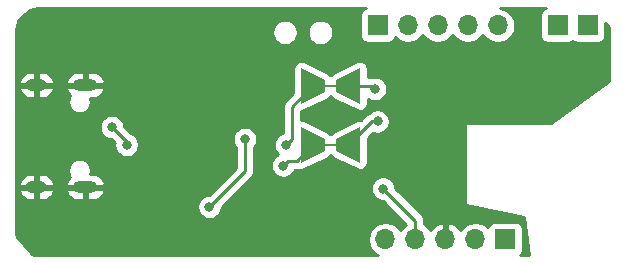
<source format=gbr>
G04 #@! TF.GenerationSoftware,KiCad,Pcbnew,5.1.5*
G04 #@! TF.CreationDate,2020-01-06T16:37:44-06:00*
G04 #@! TF.ProjectId,ATGM336H,4154474d-3333-4364-982e-6b696361645f,rev?*
G04 #@! TF.SameCoordinates,Original*
G04 #@! TF.FileFunction,Copper,L2,Bot*
G04 #@! TF.FilePolarity,Positive*
%FSLAX46Y46*%
G04 Gerber Fmt 4.6, Leading zero omitted, Abs format (unit mm)*
G04 Created by KiCad (PCBNEW 5.1.5) date 2020-01-06 16:37:44*
%MOMM*%
%LPD*%
G04 APERTURE LIST*
%ADD10R,2.200000X0.250000*%
%ADD11C,0.100000*%
%ADD12R,1.700000X1.700000*%
%ADD13O,1.700000X1.700000*%
%ADD14O,2.100000X1.000000*%
%ADD15O,1.800000X1.000000*%
%ADD16C,0.800000*%
%ADD17C,0.250000*%
%ADD18C,0.254000*%
G04 APERTURE END LIST*
D10*
X132500000Y-66000000D03*
G04 #@! TA.AperFunction,SMDPad,CuDef*
D11*
G36*
X135000000Y-64500000D02*
G01*
X135000000Y-67500000D01*
X133000000Y-66500000D01*
X133000000Y-65500000D01*
X135000000Y-64500000D01*
G37*
G04 #@! TD.AperFunction*
G04 #@! TA.AperFunction,SMDPad,CuDef*
G36*
X130000000Y-67500000D02*
G01*
X130000000Y-64500000D01*
X132000000Y-65500000D01*
X132000000Y-66500000D01*
X130000000Y-67500000D01*
G37*
G04 #@! TD.AperFunction*
G04 #@! TA.AperFunction,SMDPad,CuDef*
G36*
X130000000Y-62500000D02*
G01*
X130000000Y-59500000D01*
X132000000Y-60500000D01*
X132000000Y-61500000D01*
X130000000Y-62500000D01*
G37*
G04 #@! TD.AperFunction*
G04 #@! TA.AperFunction,SMDPad,CuDef*
G36*
X135000000Y-59500000D02*
G01*
X135000000Y-62500000D01*
X133000000Y-61500000D01*
X133000000Y-60500000D01*
X135000000Y-59500000D01*
G37*
G04 #@! TD.AperFunction*
D10*
X132500000Y-61000000D03*
D12*
X147320000Y-74000000D03*
D13*
X144780000Y-74000000D03*
X142240000Y-74000000D03*
X139700000Y-74000000D03*
X137160000Y-74000000D03*
X146660000Y-55880000D03*
X144120000Y-55880000D03*
X141580000Y-55880000D03*
X139040000Y-55880000D03*
D12*
X136500000Y-55880000D03*
X154279600Y-55880000D03*
X151739600Y-55880000D03*
D14*
X111750000Y-60930000D03*
X111750000Y-69570000D03*
D15*
X107600000Y-60930000D03*
X107600000Y-69570000D03*
D16*
X143500000Y-68000000D03*
X142500000Y-66500000D03*
X138500000Y-58500000D03*
X124250000Y-59000000D03*
X119250000Y-58750000D03*
X112000000Y-72250000D03*
X130500000Y-71000000D03*
X136950000Y-69700000D03*
X122250000Y-71250000D03*
X125250000Y-65500000D03*
X115250000Y-66000000D03*
X114000000Y-64500000D03*
X136500000Y-64000000D03*
X136250000Y-61250010D03*
X128750000Y-66000000D03*
X128500000Y-67750000D03*
D17*
X142240000Y-69260000D02*
X142240000Y-74000000D01*
X143500000Y-68000000D02*
X142240000Y-69260000D01*
X139700000Y-74000000D02*
X139700000Y-72450000D01*
X139700000Y-72450000D02*
X136950000Y-69700000D01*
X122250000Y-71250000D02*
X125250000Y-68250000D01*
X125250000Y-68250000D02*
X125250000Y-65500000D01*
X115250000Y-65750000D02*
X114000000Y-64500000D01*
X115250000Y-66000000D02*
X115250000Y-65750000D01*
X134000000Y-66000000D02*
X136000000Y-64000000D01*
X136000000Y-64000000D02*
X136500000Y-64000000D01*
X134000000Y-61000000D02*
X135999990Y-61000000D01*
X135999990Y-61000000D02*
X136250000Y-61250010D01*
X128750000Y-66000000D02*
X129250000Y-65500000D01*
X129250000Y-62750000D02*
X130549999Y-61450001D01*
X129250000Y-65500000D02*
X129250000Y-62750000D01*
X129649999Y-67350001D02*
X130549999Y-66450001D01*
X128500000Y-67750000D02*
X128899999Y-67350001D01*
X128899999Y-67350001D02*
X129649999Y-67350001D01*
D18*
G36*
X135405820Y-54440498D02*
G01*
X135295506Y-54499463D01*
X135198815Y-54578815D01*
X135119463Y-54675506D01*
X135060498Y-54785820D01*
X135024188Y-54905518D01*
X135011928Y-55030000D01*
X135011928Y-56730000D01*
X135024188Y-56854482D01*
X135060498Y-56974180D01*
X135119463Y-57084494D01*
X135198815Y-57181185D01*
X135295506Y-57260537D01*
X135405820Y-57319502D01*
X135525518Y-57355812D01*
X135650000Y-57368072D01*
X137350000Y-57368072D01*
X137474482Y-57355812D01*
X137594180Y-57319502D01*
X137704494Y-57260537D01*
X137801185Y-57181185D01*
X137880537Y-57084494D01*
X137939502Y-56974180D01*
X137961513Y-56901620D01*
X138093368Y-57033475D01*
X138336589Y-57195990D01*
X138606842Y-57307932D01*
X138893740Y-57365000D01*
X139186260Y-57365000D01*
X139473158Y-57307932D01*
X139743411Y-57195990D01*
X139986632Y-57033475D01*
X140193475Y-56826632D01*
X140310000Y-56652240D01*
X140426525Y-56826632D01*
X140633368Y-57033475D01*
X140876589Y-57195990D01*
X141146842Y-57307932D01*
X141433740Y-57365000D01*
X141726260Y-57365000D01*
X142013158Y-57307932D01*
X142283411Y-57195990D01*
X142526632Y-57033475D01*
X142733475Y-56826632D01*
X142850000Y-56652240D01*
X142966525Y-56826632D01*
X143173368Y-57033475D01*
X143416589Y-57195990D01*
X143686842Y-57307932D01*
X143973740Y-57365000D01*
X144266260Y-57365000D01*
X144553158Y-57307932D01*
X144823411Y-57195990D01*
X145066632Y-57033475D01*
X145273475Y-56826632D01*
X145390000Y-56652240D01*
X145506525Y-56826632D01*
X145713368Y-57033475D01*
X145956589Y-57195990D01*
X146226842Y-57307932D01*
X146513740Y-57365000D01*
X146806260Y-57365000D01*
X147093158Y-57307932D01*
X147363411Y-57195990D01*
X147606632Y-57033475D01*
X147813475Y-56826632D01*
X147975990Y-56583411D01*
X148087932Y-56313158D01*
X148145000Y-56026260D01*
X148145000Y-55733740D01*
X148087932Y-55446842D01*
X147975990Y-55176589D01*
X147813475Y-54933368D01*
X147606632Y-54726525D01*
X147363411Y-54564010D01*
X147093158Y-54452068D01*
X146881670Y-54410000D01*
X150745958Y-54410000D01*
X150645420Y-54440498D01*
X150535106Y-54499463D01*
X150438415Y-54578815D01*
X150359063Y-54675506D01*
X150300098Y-54785820D01*
X150263788Y-54905518D01*
X150251528Y-55030000D01*
X150251528Y-56730000D01*
X150263788Y-56854482D01*
X150300098Y-56974180D01*
X150359063Y-57084494D01*
X150438415Y-57181185D01*
X150535106Y-57260537D01*
X150645420Y-57319502D01*
X150765118Y-57355812D01*
X150889600Y-57368072D01*
X152589600Y-57368072D01*
X152714082Y-57355812D01*
X152833780Y-57319502D01*
X152944094Y-57260537D01*
X153009600Y-57206778D01*
X153075106Y-57260537D01*
X153185420Y-57319502D01*
X153305118Y-57355812D01*
X153429600Y-57368072D01*
X155129600Y-57368072D01*
X155254082Y-57355812D01*
X155373780Y-57319502D01*
X155484094Y-57260537D01*
X155580785Y-57181185D01*
X155660137Y-57084494D01*
X155719102Y-56974180D01*
X155755412Y-56854482D01*
X155767672Y-56730000D01*
X155767672Y-55697278D01*
X156060860Y-55990466D01*
X156090001Y-56267722D01*
X156090001Y-60572965D01*
X151208702Y-64123000D01*
X144000000Y-64123000D01*
X143975224Y-64125440D01*
X143951399Y-64132667D01*
X143929443Y-64144403D01*
X143910197Y-64160197D01*
X143894403Y-64179443D01*
X143882667Y-64201399D01*
X143875440Y-64225224D01*
X143873000Y-64250000D01*
X143873000Y-71000000D01*
X143875414Y-71024646D01*
X143882617Y-71048478D01*
X143894330Y-71070447D01*
X143910104Y-71089709D01*
X143929332Y-71105523D01*
X143951276Y-71117282D01*
X143975093Y-71124534D01*
X148885335Y-72106582D01*
X149289512Y-75340000D01*
X148573889Y-75340000D01*
X148621185Y-75301185D01*
X148700537Y-75204494D01*
X148759502Y-75094180D01*
X148795812Y-74974482D01*
X148808072Y-74850000D01*
X148808072Y-73150000D01*
X148795812Y-73025518D01*
X148759502Y-72905820D01*
X148700537Y-72795506D01*
X148621185Y-72698815D01*
X148524494Y-72619463D01*
X148414180Y-72560498D01*
X148294482Y-72524188D01*
X148170000Y-72511928D01*
X146470000Y-72511928D01*
X146345518Y-72524188D01*
X146225820Y-72560498D01*
X146115506Y-72619463D01*
X146018815Y-72698815D01*
X145939463Y-72795506D01*
X145880498Y-72905820D01*
X145858487Y-72978380D01*
X145726632Y-72846525D01*
X145483411Y-72684010D01*
X145213158Y-72572068D01*
X144926260Y-72515000D01*
X144633740Y-72515000D01*
X144346842Y-72572068D01*
X144076589Y-72684010D01*
X143833368Y-72846525D01*
X143626525Y-73053368D01*
X143504805Y-73235534D01*
X143435178Y-73118645D01*
X143240269Y-72902412D01*
X143006920Y-72728359D01*
X142744099Y-72603175D01*
X142596890Y-72558524D01*
X142367000Y-72679845D01*
X142367000Y-73873000D01*
X142387000Y-73873000D01*
X142387000Y-74127000D01*
X142367000Y-74127000D01*
X142367000Y-74147000D01*
X142113000Y-74147000D01*
X142113000Y-74127000D01*
X142093000Y-74127000D01*
X142093000Y-73873000D01*
X142113000Y-73873000D01*
X142113000Y-72679845D01*
X141883110Y-72558524D01*
X141735901Y-72603175D01*
X141473080Y-72728359D01*
X141239731Y-72902412D01*
X141044822Y-73118645D01*
X140975195Y-73235534D01*
X140853475Y-73053368D01*
X140646632Y-72846525D01*
X140460000Y-72721822D01*
X140460000Y-72487322D01*
X140463676Y-72449999D01*
X140460000Y-72412676D01*
X140460000Y-72412667D01*
X140449003Y-72301014D01*
X140405546Y-72157753D01*
X140334974Y-72025724D01*
X140240001Y-71909999D01*
X140211003Y-71886201D01*
X137985000Y-69660199D01*
X137985000Y-69598061D01*
X137945226Y-69398102D01*
X137867205Y-69209744D01*
X137753937Y-69040226D01*
X137609774Y-68896063D01*
X137440256Y-68782795D01*
X137251898Y-68704774D01*
X137051939Y-68665000D01*
X136848061Y-68665000D01*
X136648102Y-68704774D01*
X136459744Y-68782795D01*
X136290226Y-68896063D01*
X136146063Y-69040226D01*
X136032795Y-69209744D01*
X135954774Y-69398102D01*
X135915000Y-69598061D01*
X135915000Y-69801939D01*
X135954774Y-70001898D01*
X136032795Y-70190256D01*
X136146063Y-70359774D01*
X136290226Y-70503937D01*
X136459744Y-70617205D01*
X136648102Y-70695226D01*
X136848061Y-70735000D01*
X136910199Y-70735000D01*
X138914235Y-72739037D01*
X138753368Y-72846525D01*
X138546525Y-73053368D01*
X138430000Y-73227760D01*
X138313475Y-73053368D01*
X138106632Y-72846525D01*
X137863411Y-72684010D01*
X137593158Y-72572068D01*
X137306260Y-72515000D01*
X137013740Y-72515000D01*
X136726842Y-72572068D01*
X136456589Y-72684010D01*
X136213368Y-72846525D01*
X136006525Y-73053368D01*
X135844010Y-73296589D01*
X135732068Y-73566842D01*
X135675000Y-73853740D01*
X135675000Y-74146260D01*
X135732068Y-74433158D01*
X135844010Y-74703411D01*
X136006525Y-74946632D01*
X136213368Y-75153475D01*
X136456589Y-75315990D01*
X136514555Y-75340000D01*
X107782279Y-75340000D01*
X107393224Y-75301853D01*
X107226941Y-75251649D01*
X105944305Y-73808684D01*
X105910000Y-73482288D01*
X105910000Y-71148061D01*
X121215000Y-71148061D01*
X121215000Y-71351939D01*
X121254774Y-71551898D01*
X121332795Y-71740256D01*
X121446063Y-71909774D01*
X121590226Y-72053937D01*
X121759744Y-72167205D01*
X121948102Y-72245226D01*
X122148061Y-72285000D01*
X122351939Y-72285000D01*
X122551898Y-72245226D01*
X122740256Y-72167205D01*
X122909774Y-72053937D01*
X123053937Y-71909774D01*
X123167205Y-71740256D01*
X123245226Y-71551898D01*
X123285000Y-71351939D01*
X123285000Y-71289801D01*
X125761004Y-68813798D01*
X125790001Y-68790001D01*
X125884974Y-68674276D01*
X125955546Y-68542247D01*
X125999003Y-68398986D01*
X126010000Y-68287333D01*
X126010000Y-68287325D01*
X126013676Y-68250000D01*
X126010000Y-68212675D01*
X126010000Y-67648061D01*
X127465000Y-67648061D01*
X127465000Y-67851939D01*
X127504774Y-68051898D01*
X127582795Y-68240256D01*
X127696063Y-68409774D01*
X127840226Y-68553937D01*
X128009744Y-68667205D01*
X128198102Y-68745226D01*
X128398061Y-68785000D01*
X128601939Y-68785000D01*
X128801898Y-68745226D01*
X128990256Y-68667205D01*
X129159774Y-68553937D01*
X129303937Y-68409774D01*
X129417205Y-68240256D01*
X129471159Y-68110001D01*
X129612677Y-68110001D01*
X129649999Y-68113677D01*
X129687321Y-68110001D01*
X129687332Y-68110001D01*
X129786757Y-68100208D01*
X129798224Y-68105328D01*
X129920195Y-68133062D01*
X130045232Y-68136467D01*
X130168532Y-68115413D01*
X130285354Y-68070709D01*
X132285354Y-67070709D01*
X132354494Y-67030537D01*
X132451185Y-66951185D01*
X132499621Y-66892166D01*
X132517966Y-66918066D01*
X132608789Y-67004073D01*
X132714646Y-67070709D01*
X134714646Y-68070709D01*
X134875518Y-68125812D01*
X135000000Y-68138072D01*
X135124482Y-68125812D01*
X135244180Y-68089502D01*
X135354494Y-68030537D01*
X135451185Y-67951185D01*
X135530537Y-67854494D01*
X135589502Y-67744180D01*
X135625812Y-67624482D01*
X135638072Y-67500000D01*
X135638072Y-65436730D01*
X136114291Y-64960510D01*
X136198102Y-64995226D01*
X136398061Y-65035000D01*
X136601939Y-65035000D01*
X136801898Y-64995226D01*
X136990256Y-64917205D01*
X137159774Y-64803937D01*
X137303937Y-64659774D01*
X137417205Y-64490256D01*
X137495226Y-64301898D01*
X137535000Y-64101939D01*
X137535000Y-63898061D01*
X137495226Y-63698102D01*
X137417205Y-63509744D01*
X137303937Y-63340226D01*
X137159774Y-63196063D01*
X136990256Y-63082795D01*
X136801898Y-63004774D01*
X136601939Y-62965000D01*
X136398061Y-62965000D01*
X136198102Y-63004774D01*
X136009744Y-63082795D01*
X135840226Y-63196063D01*
X135756675Y-63279614D01*
X135722433Y-63290001D01*
X135707753Y-63294454D01*
X135575723Y-63365026D01*
X135551417Y-63384974D01*
X135459999Y-63459999D01*
X135436201Y-63488997D01*
X135058831Y-63866367D01*
X134954768Y-63863533D01*
X134831468Y-63884587D01*
X134714646Y-63929291D01*
X132714646Y-64929291D01*
X132645506Y-64969463D01*
X132548815Y-65048815D01*
X132500379Y-65107834D01*
X132482034Y-65081934D01*
X132391211Y-64995927D01*
X132285354Y-64929291D01*
X130285354Y-63929291D01*
X130124482Y-63874188D01*
X130010000Y-63862913D01*
X130010000Y-63135508D01*
X130045232Y-63136467D01*
X130168532Y-63115413D01*
X130285354Y-63070709D01*
X132285354Y-62070709D01*
X132354494Y-62030537D01*
X132451185Y-61951185D01*
X132499621Y-61892166D01*
X132517966Y-61918066D01*
X132608789Y-62004073D01*
X132714646Y-62070709D01*
X134714646Y-63070709D01*
X134875518Y-63125812D01*
X135000000Y-63138072D01*
X135124482Y-63125812D01*
X135244180Y-63089502D01*
X135354494Y-63030537D01*
X135451185Y-62951185D01*
X135530537Y-62854494D01*
X135589502Y-62744180D01*
X135625812Y-62624482D01*
X135638072Y-62500000D01*
X135638072Y-62085917D01*
X135759744Y-62167215D01*
X135948102Y-62245236D01*
X136148061Y-62285010D01*
X136351939Y-62285010D01*
X136551898Y-62245236D01*
X136740256Y-62167215D01*
X136909774Y-62053947D01*
X137053937Y-61909784D01*
X137167205Y-61740266D01*
X137245226Y-61551908D01*
X137285000Y-61351949D01*
X137285000Y-61148071D01*
X137245226Y-60948112D01*
X137167205Y-60759754D01*
X137053937Y-60590236D01*
X136909774Y-60446073D01*
X136740256Y-60332805D01*
X136551898Y-60254784D01*
X136351939Y-60215010D01*
X136148061Y-60215010D01*
X136027357Y-60239019D01*
X135999990Y-60236324D01*
X135962668Y-60240000D01*
X135638072Y-60240000D01*
X135638072Y-59500000D01*
X135615413Y-59331468D01*
X135570709Y-59214646D01*
X135504073Y-59108789D01*
X135418066Y-59017966D01*
X135315993Y-58945668D01*
X135201776Y-58894672D01*
X135079805Y-58866938D01*
X134954768Y-58863533D01*
X134831468Y-58884587D01*
X134714646Y-58929291D01*
X132714646Y-59929291D01*
X132645506Y-59969463D01*
X132548815Y-60048815D01*
X132500379Y-60107834D01*
X132482034Y-60081934D01*
X132391211Y-59995927D01*
X132285354Y-59929291D01*
X130285354Y-58929291D01*
X130124482Y-58874188D01*
X130000000Y-58861928D01*
X129875518Y-58874188D01*
X129755820Y-58910498D01*
X129645506Y-58969463D01*
X129548815Y-59048815D01*
X129469463Y-59145506D01*
X129410498Y-59255820D01*
X129374188Y-59375518D01*
X129361928Y-59500000D01*
X129361928Y-61563271D01*
X128738998Y-62186201D01*
X128710000Y-62209999D01*
X128686202Y-62238997D01*
X128686201Y-62238998D01*
X128615026Y-62325724D01*
X128544454Y-62457754D01*
X128500998Y-62601015D01*
X128486324Y-62750000D01*
X128490001Y-62787332D01*
X128490000Y-64996440D01*
X128448102Y-65004774D01*
X128259744Y-65082795D01*
X128090226Y-65196063D01*
X127946063Y-65340226D01*
X127832795Y-65509744D01*
X127754774Y-65698102D01*
X127715000Y-65898061D01*
X127715000Y-66101939D01*
X127754774Y-66301898D01*
X127832795Y-66490256D01*
X127946063Y-66659774D01*
X128087059Y-66800770D01*
X128009744Y-66832795D01*
X127840226Y-66946063D01*
X127696063Y-67090226D01*
X127582795Y-67259744D01*
X127504774Y-67448102D01*
X127465000Y-67648061D01*
X126010000Y-67648061D01*
X126010000Y-66203711D01*
X126053937Y-66159774D01*
X126167205Y-65990256D01*
X126245226Y-65801898D01*
X126285000Y-65601939D01*
X126285000Y-65398061D01*
X126245226Y-65198102D01*
X126167205Y-65009744D01*
X126053937Y-64840226D01*
X125909774Y-64696063D01*
X125740256Y-64582795D01*
X125551898Y-64504774D01*
X125351939Y-64465000D01*
X125148061Y-64465000D01*
X124948102Y-64504774D01*
X124759744Y-64582795D01*
X124590226Y-64696063D01*
X124446063Y-64840226D01*
X124332795Y-65009744D01*
X124254774Y-65198102D01*
X124215000Y-65398061D01*
X124215000Y-65601939D01*
X124254774Y-65801898D01*
X124332795Y-65990256D01*
X124446063Y-66159774D01*
X124490001Y-66203712D01*
X124490000Y-67935198D01*
X122210199Y-70215000D01*
X122148061Y-70215000D01*
X121948102Y-70254774D01*
X121759744Y-70332795D01*
X121590226Y-70446063D01*
X121446063Y-70590226D01*
X121332795Y-70759744D01*
X121254774Y-70948102D01*
X121215000Y-71148061D01*
X105910000Y-71148061D01*
X105910000Y-69871874D01*
X106105881Y-69871874D01*
X106185724Y-70094976D01*
X106307631Y-70282764D01*
X106463831Y-70443161D01*
X106648322Y-70570003D01*
X106854013Y-70658415D01*
X107073000Y-70705000D01*
X107473000Y-70705000D01*
X107473000Y-69697000D01*
X107727000Y-69697000D01*
X107727000Y-70705000D01*
X108127000Y-70705000D01*
X108345987Y-70658415D01*
X108551678Y-70570003D01*
X108736169Y-70443161D01*
X108892369Y-70282764D01*
X109014276Y-70094976D01*
X109094119Y-69871874D01*
X110105881Y-69871874D01*
X110185724Y-70094976D01*
X110307631Y-70282764D01*
X110463831Y-70443161D01*
X110648322Y-70570003D01*
X110854013Y-70658415D01*
X111073000Y-70705000D01*
X111623000Y-70705000D01*
X111623000Y-69697000D01*
X111877000Y-69697000D01*
X111877000Y-70705000D01*
X112427000Y-70705000D01*
X112645987Y-70658415D01*
X112851678Y-70570003D01*
X113036169Y-70443161D01*
X113192369Y-70282764D01*
X113314276Y-70094976D01*
X113394119Y-69871874D01*
X113267954Y-69697000D01*
X111877000Y-69697000D01*
X111623000Y-69697000D01*
X110232046Y-69697000D01*
X110105881Y-69871874D01*
X109094119Y-69871874D01*
X108967954Y-69697000D01*
X107727000Y-69697000D01*
X107473000Y-69697000D01*
X106232046Y-69697000D01*
X106105881Y-69871874D01*
X105910000Y-69871874D01*
X105910000Y-69268126D01*
X106105881Y-69268126D01*
X106232046Y-69443000D01*
X107473000Y-69443000D01*
X107473000Y-68435000D01*
X107727000Y-68435000D01*
X107727000Y-69443000D01*
X108967954Y-69443000D01*
X109094119Y-69268126D01*
X110105881Y-69268126D01*
X110232046Y-69443000D01*
X111623000Y-69443000D01*
X111623000Y-69423000D01*
X111877000Y-69423000D01*
X111877000Y-69443000D01*
X113267954Y-69443000D01*
X113394119Y-69268126D01*
X113314276Y-69045024D01*
X113192369Y-68857236D01*
X113036169Y-68696839D01*
X112851678Y-68569997D01*
X112645987Y-68481585D01*
X112427000Y-68435000D01*
X112166904Y-68435000D01*
X112173108Y-68420022D01*
X112210000Y-68234552D01*
X112210000Y-68045448D01*
X112173108Y-67859978D01*
X112100741Y-67685269D01*
X111995681Y-67528036D01*
X111861964Y-67394319D01*
X111704731Y-67289259D01*
X111530022Y-67216892D01*
X111344552Y-67180000D01*
X111155448Y-67180000D01*
X110969978Y-67216892D01*
X110795269Y-67289259D01*
X110638036Y-67394319D01*
X110504319Y-67528036D01*
X110399259Y-67685269D01*
X110326892Y-67859978D01*
X110290000Y-68045448D01*
X110290000Y-68234552D01*
X110326892Y-68420022D01*
X110399259Y-68594731D01*
X110466335Y-68695117D01*
X110463831Y-68696839D01*
X110307631Y-68857236D01*
X110185724Y-69045024D01*
X110105881Y-69268126D01*
X109094119Y-69268126D01*
X109014276Y-69045024D01*
X108892369Y-68857236D01*
X108736169Y-68696839D01*
X108551678Y-68569997D01*
X108345987Y-68481585D01*
X108127000Y-68435000D01*
X107727000Y-68435000D01*
X107473000Y-68435000D01*
X107073000Y-68435000D01*
X106854013Y-68481585D01*
X106648322Y-68569997D01*
X106463831Y-68696839D01*
X106307631Y-68857236D01*
X106185724Y-69045024D01*
X106105881Y-69268126D01*
X105910000Y-69268126D01*
X105910000Y-64398061D01*
X112965000Y-64398061D01*
X112965000Y-64601939D01*
X113004774Y-64801898D01*
X113082795Y-64990256D01*
X113196063Y-65159774D01*
X113340226Y-65303937D01*
X113509744Y-65417205D01*
X113698102Y-65495226D01*
X113898061Y-65535000D01*
X113960199Y-65535000D01*
X114232961Y-65807763D01*
X114215000Y-65898061D01*
X114215000Y-66101939D01*
X114254774Y-66301898D01*
X114332795Y-66490256D01*
X114446063Y-66659774D01*
X114590226Y-66803937D01*
X114759744Y-66917205D01*
X114948102Y-66995226D01*
X115148061Y-67035000D01*
X115351939Y-67035000D01*
X115551898Y-66995226D01*
X115740256Y-66917205D01*
X115909774Y-66803937D01*
X116053937Y-66659774D01*
X116167205Y-66490256D01*
X116245226Y-66301898D01*
X116285000Y-66101939D01*
X116285000Y-65898061D01*
X116245226Y-65698102D01*
X116167205Y-65509744D01*
X116053937Y-65340226D01*
X115909774Y-65196063D01*
X115740256Y-65082795D01*
X115599147Y-65024345D01*
X115035000Y-64460199D01*
X115035000Y-64398061D01*
X114995226Y-64198102D01*
X114917205Y-64009744D01*
X114803937Y-63840226D01*
X114659774Y-63696063D01*
X114490256Y-63582795D01*
X114301898Y-63504774D01*
X114101939Y-63465000D01*
X113898061Y-63465000D01*
X113698102Y-63504774D01*
X113509744Y-63582795D01*
X113340226Y-63696063D01*
X113196063Y-63840226D01*
X113082795Y-64009744D01*
X113004774Y-64198102D01*
X112965000Y-64398061D01*
X105910000Y-64398061D01*
X105910000Y-61231874D01*
X106105881Y-61231874D01*
X106185724Y-61454976D01*
X106307631Y-61642764D01*
X106463831Y-61803161D01*
X106648322Y-61930003D01*
X106854013Y-62018415D01*
X107073000Y-62065000D01*
X107473000Y-62065000D01*
X107473000Y-61057000D01*
X107727000Y-61057000D01*
X107727000Y-62065000D01*
X108127000Y-62065000D01*
X108345987Y-62018415D01*
X108551678Y-61930003D01*
X108736169Y-61803161D01*
X108892369Y-61642764D01*
X109014276Y-61454976D01*
X109094119Y-61231874D01*
X110105881Y-61231874D01*
X110185724Y-61454976D01*
X110307631Y-61642764D01*
X110463831Y-61803161D01*
X110466335Y-61804883D01*
X110399259Y-61905269D01*
X110326892Y-62079978D01*
X110290000Y-62265448D01*
X110290000Y-62454552D01*
X110326892Y-62640022D01*
X110399259Y-62814731D01*
X110504319Y-62971964D01*
X110638036Y-63105681D01*
X110795269Y-63210741D01*
X110969978Y-63283108D01*
X111155448Y-63320000D01*
X111344552Y-63320000D01*
X111530022Y-63283108D01*
X111704731Y-63210741D01*
X111861964Y-63105681D01*
X111995681Y-62971964D01*
X112100741Y-62814731D01*
X112173108Y-62640022D01*
X112210000Y-62454552D01*
X112210000Y-62265448D01*
X112173108Y-62079978D01*
X112166904Y-62065000D01*
X112427000Y-62065000D01*
X112645987Y-62018415D01*
X112851678Y-61930003D01*
X113036169Y-61803161D01*
X113192369Y-61642764D01*
X113314276Y-61454976D01*
X113394119Y-61231874D01*
X113267954Y-61057000D01*
X111877000Y-61057000D01*
X111877000Y-61077000D01*
X111623000Y-61077000D01*
X111623000Y-61057000D01*
X110232046Y-61057000D01*
X110105881Y-61231874D01*
X109094119Y-61231874D01*
X108967954Y-61057000D01*
X107727000Y-61057000D01*
X107473000Y-61057000D01*
X106232046Y-61057000D01*
X106105881Y-61231874D01*
X105910000Y-61231874D01*
X105910000Y-60628126D01*
X106105881Y-60628126D01*
X106232046Y-60803000D01*
X107473000Y-60803000D01*
X107473000Y-59795000D01*
X107727000Y-59795000D01*
X107727000Y-60803000D01*
X108967954Y-60803000D01*
X109094119Y-60628126D01*
X110105881Y-60628126D01*
X110232046Y-60803000D01*
X111623000Y-60803000D01*
X111623000Y-59795000D01*
X111877000Y-59795000D01*
X111877000Y-60803000D01*
X113267954Y-60803000D01*
X113394119Y-60628126D01*
X113314276Y-60405024D01*
X113192369Y-60217236D01*
X113036169Y-60056839D01*
X112851678Y-59929997D01*
X112645987Y-59841585D01*
X112427000Y-59795000D01*
X111877000Y-59795000D01*
X111623000Y-59795000D01*
X111073000Y-59795000D01*
X110854013Y-59841585D01*
X110648322Y-59929997D01*
X110463831Y-60056839D01*
X110307631Y-60217236D01*
X110185724Y-60405024D01*
X110105881Y-60628126D01*
X109094119Y-60628126D01*
X109014276Y-60405024D01*
X108892369Y-60217236D01*
X108736169Y-60056839D01*
X108551678Y-59929997D01*
X108345987Y-59841585D01*
X108127000Y-59795000D01*
X107727000Y-59795000D01*
X107473000Y-59795000D01*
X107073000Y-59795000D01*
X106854013Y-59841585D01*
X106648322Y-59929997D01*
X106463831Y-60056839D01*
X106307631Y-60217236D01*
X106185724Y-60405024D01*
X106105881Y-60628126D01*
X105910000Y-60628126D01*
X105910000Y-56368137D01*
X127565000Y-56368137D01*
X127565000Y-56581863D01*
X127606696Y-56791483D01*
X127688485Y-56988940D01*
X127807225Y-57166647D01*
X127958353Y-57317775D01*
X128136060Y-57436515D01*
X128333517Y-57518304D01*
X128543137Y-57560000D01*
X128756863Y-57560000D01*
X128966483Y-57518304D01*
X129163940Y-57436515D01*
X129341647Y-57317775D01*
X129492775Y-57166647D01*
X129611515Y-56988940D01*
X129693304Y-56791483D01*
X129735000Y-56581863D01*
X129735000Y-56368137D01*
X130565000Y-56368137D01*
X130565000Y-56581863D01*
X130606696Y-56791483D01*
X130688485Y-56988940D01*
X130807225Y-57166647D01*
X130958353Y-57317775D01*
X131136060Y-57436515D01*
X131333517Y-57518304D01*
X131543137Y-57560000D01*
X131756863Y-57560000D01*
X131966483Y-57518304D01*
X132163940Y-57436515D01*
X132341647Y-57317775D01*
X132492775Y-57166647D01*
X132611515Y-56988940D01*
X132693304Y-56791483D01*
X132735000Y-56581863D01*
X132735000Y-56368137D01*
X132693304Y-56158517D01*
X132611515Y-55961060D01*
X132492775Y-55783353D01*
X132341647Y-55632225D01*
X132163940Y-55513485D01*
X131966483Y-55431696D01*
X131756863Y-55390000D01*
X131543137Y-55390000D01*
X131333517Y-55431696D01*
X131136060Y-55513485D01*
X130958353Y-55632225D01*
X130807225Y-55783353D01*
X130688485Y-55961060D01*
X130606696Y-56158517D01*
X130565000Y-56368137D01*
X129735000Y-56368137D01*
X129693304Y-56158517D01*
X129611515Y-55961060D01*
X129492775Y-55783353D01*
X129341647Y-55632225D01*
X129163940Y-55513485D01*
X128966483Y-55431696D01*
X128756863Y-55390000D01*
X128543137Y-55390000D01*
X128333517Y-55431696D01*
X128136060Y-55513485D01*
X127958353Y-55632225D01*
X127807225Y-55783353D01*
X127688485Y-55961060D01*
X127606696Y-56158517D01*
X127565000Y-56368137D01*
X105910000Y-56368137D01*
X105910000Y-56282279D01*
X105948147Y-55893225D01*
X106051763Y-55550033D01*
X106165188Y-55336714D01*
X107066742Y-54547854D01*
X107380656Y-54450681D01*
X107767712Y-54410000D01*
X135506358Y-54410000D01*
X135405820Y-54440498D01*
G37*
X135405820Y-54440498D02*
X135295506Y-54499463D01*
X135198815Y-54578815D01*
X135119463Y-54675506D01*
X135060498Y-54785820D01*
X135024188Y-54905518D01*
X135011928Y-55030000D01*
X135011928Y-56730000D01*
X135024188Y-56854482D01*
X135060498Y-56974180D01*
X135119463Y-57084494D01*
X135198815Y-57181185D01*
X135295506Y-57260537D01*
X135405820Y-57319502D01*
X135525518Y-57355812D01*
X135650000Y-57368072D01*
X137350000Y-57368072D01*
X137474482Y-57355812D01*
X137594180Y-57319502D01*
X137704494Y-57260537D01*
X137801185Y-57181185D01*
X137880537Y-57084494D01*
X137939502Y-56974180D01*
X137961513Y-56901620D01*
X138093368Y-57033475D01*
X138336589Y-57195990D01*
X138606842Y-57307932D01*
X138893740Y-57365000D01*
X139186260Y-57365000D01*
X139473158Y-57307932D01*
X139743411Y-57195990D01*
X139986632Y-57033475D01*
X140193475Y-56826632D01*
X140310000Y-56652240D01*
X140426525Y-56826632D01*
X140633368Y-57033475D01*
X140876589Y-57195990D01*
X141146842Y-57307932D01*
X141433740Y-57365000D01*
X141726260Y-57365000D01*
X142013158Y-57307932D01*
X142283411Y-57195990D01*
X142526632Y-57033475D01*
X142733475Y-56826632D01*
X142850000Y-56652240D01*
X142966525Y-56826632D01*
X143173368Y-57033475D01*
X143416589Y-57195990D01*
X143686842Y-57307932D01*
X143973740Y-57365000D01*
X144266260Y-57365000D01*
X144553158Y-57307932D01*
X144823411Y-57195990D01*
X145066632Y-57033475D01*
X145273475Y-56826632D01*
X145390000Y-56652240D01*
X145506525Y-56826632D01*
X145713368Y-57033475D01*
X145956589Y-57195990D01*
X146226842Y-57307932D01*
X146513740Y-57365000D01*
X146806260Y-57365000D01*
X147093158Y-57307932D01*
X147363411Y-57195990D01*
X147606632Y-57033475D01*
X147813475Y-56826632D01*
X147975990Y-56583411D01*
X148087932Y-56313158D01*
X148145000Y-56026260D01*
X148145000Y-55733740D01*
X148087932Y-55446842D01*
X147975990Y-55176589D01*
X147813475Y-54933368D01*
X147606632Y-54726525D01*
X147363411Y-54564010D01*
X147093158Y-54452068D01*
X146881670Y-54410000D01*
X150745958Y-54410000D01*
X150645420Y-54440498D01*
X150535106Y-54499463D01*
X150438415Y-54578815D01*
X150359063Y-54675506D01*
X150300098Y-54785820D01*
X150263788Y-54905518D01*
X150251528Y-55030000D01*
X150251528Y-56730000D01*
X150263788Y-56854482D01*
X150300098Y-56974180D01*
X150359063Y-57084494D01*
X150438415Y-57181185D01*
X150535106Y-57260537D01*
X150645420Y-57319502D01*
X150765118Y-57355812D01*
X150889600Y-57368072D01*
X152589600Y-57368072D01*
X152714082Y-57355812D01*
X152833780Y-57319502D01*
X152944094Y-57260537D01*
X153009600Y-57206778D01*
X153075106Y-57260537D01*
X153185420Y-57319502D01*
X153305118Y-57355812D01*
X153429600Y-57368072D01*
X155129600Y-57368072D01*
X155254082Y-57355812D01*
X155373780Y-57319502D01*
X155484094Y-57260537D01*
X155580785Y-57181185D01*
X155660137Y-57084494D01*
X155719102Y-56974180D01*
X155755412Y-56854482D01*
X155767672Y-56730000D01*
X155767672Y-55697278D01*
X156060860Y-55990466D01*
X156090001Y-56267722D01*
X156090001Y-60572965D01*
X151208702Y-64123000D01*
X144000000Y-64123000D01*
X143975224Y-64125440D01*
X143951399Y-64132667D01*
X143929443Y-64144403D01*
X143910197Y-64160197D01*
X143894403Y-64179443D01*
X143882667Y-64201399D01*
X143875440Y-64225224D01*
X143873000Y-64250000D01*
X143873000Y-71000000D01*
X143875414Y-71024646D01*
X143882617Y-71048478D01*
X143894330Y-71070447D01*
X143910104Y-71089709D01*
X143929332Y-71105523D01*
X143951276Y-71117282D01*
X143975093Y-71124534D01*
X148885335Y-72106582D01*
X149289512Y-75340000D01*
X148573889Y-75340000D01*
X148621185Y-75301185D01*
X148700537Y-75204494D01*
X148759502Y-75094180D01*
X148795812Y-74974482D01*
X148808072Y-74850000D01*
X148808072Y-73150000D01*
X148795812Y-73025518D01*
X148759502Y-72905820D01*
X148700537Y-72795506D01*
X148621185Y-72698815D01*
X148524494Y-72619463D01*
X148414180Y-72560498D01*
X148294482Y-72524188D01*
X148170000Y-72511928D01*
X146470000Y-72511928D01*
X146345518Y-72524188D01*
X146225820Y-72560498D01*
X146115506Y-72619463D01*
X146018815Y-72698815D01*
X145939463Y-72795506D01*
X145880498Y-72905820D01*
X145858487Y-72978380D01*
X145726632Y-72846525D01*
X145483411Y-72684010D01*
X145213158Y-72572068D01*
X144926260Y-72515000D01*
X144633740Y-72515000D01*
X144346842Y-72572068D01*
X144076589Y-72684010D01*
X143833368Y-72846525D01*
X143626525Y-73053368D01*
X143504805Y-73235534D01*
X143435178Y-73118645D01*
X143240269Y-72902412D01*
X143006920Y-72728359D01*
X142744099Y-72603175D01*
X142596890Y-72558524D01*
X142367000Y-72679845D01*
X142367000Y-73873000D01*
X142387000Y-73873000D01*
X142387000Y-74127000D01*
X142367000Y-74127000D01*
X142367000Y-74147000D01*
X142113000Y-74147000D01*
X142113000Y-74127000D01*
X142093000Y-74127000D01*
X142093000Y-73873000D01*
X142113000Y-73873000D01*
X142113000Y-72679845D01*
X141883110Y-72558524D01*
X141735901Y-72603175D01*
X141473080Y-72728359D01*
X141239731Y-72902412D01*
X141044822Y-73118645D01*
X140975195Y-73235534D01*
X140853475Y-73053368D01*
X140646632Y-72846525D01*
X140460000Y-72721822D01*
X140460000Y-72487322D01*
X140463676Y-72449999D01*
X140460000Y-72412676D01*
X140460000Y-72412667D01*
X140449003Y-72301014D01*
X140405546Y-72157753D01*
X140334974Y-72025724D01*
X140240001Y-71909999D01*
X140211003Y-71886201D01*
X137985000Y-69660199D01*
X137985000Y-69598061D01*
X137945226Y-69398102D01*
X137867205Y-69209744D01*
X137753937Y-69040226D01*
X137609774Y-68896063D01*
X137440256Y-68782795D01*
X137251898Y-68704774D01*
X137051939Y-68665000D01*
X136848061Y-68665000D01*
X136648102Y-68704774D01*
X136459744Y-68782795D01*
X136290226Y-68896063D01*
X136146063Y-69040226D01*
X136032795Y-69209744D01*
X135954774Y-69398102D01*
X135915000Y-69598061D01*
X135915000Y-69801939D01*
X135954774Y-70001898D01*
X136032795Y-70190256D01*
X136146063Y-70359774D01*
X136290226Y-70503937D01*
X136459744Y-70617205D01*
X136648102Y-70695226D01*
X136848061Y-70735000D01*
X136910199Y-70735000D01*
X138914235Y-72739037D01*
X138753368Y-72846525D01*
X138546525Y-73053368D01*
X138430000Y-73227760D01*
X138313475Y-73053368D01*
X138106632Y-72846525D01*
X137863411Y-72684010D01*
X137593158Y-72572068D01*
X137306260Y-72515000D01*
X137013740Y-72515000D01*
X136726842Y-72572068D01*
X136456589Y-72684010D01*
X136213368Y-72846525D01*
X136006525Y-73053368D01*
X135844010Y-73296589D01*
X135732068Y-73566842D01*
X135675000Y-73853740D01*
X135675000Y-74146260D01*
X135732068Y-74433158D01*
X135844010Y-74703411D01*
X136006525Y-74946632D01*
X136213368Y-75153475D01*
X136456589Y-75315990D01*
X136514555Y-75340000D01*
X107782279Y-75340000D01*
X107393224Y-75301853D01*
X107226941Y-75251649D01*
X105944305Y-73808684D01*
X105910000Y-73482288D01*
X105910000Y-71148061D01*
X121215000Y-71148061D01*
X121215000Y-71351939D01*
X121254774Y-71551898D01*
X121332795Y-71740256D01*
X121446063Y-71909774D01*
X121590226Y-72053937D01*
X121759744Y-72167205D01*
X121948102Y-72245226D01*
X122148061Y-72285000D01*
X122351939Y-72285000D01*
X122551898Y-72245226D01*
X122740256Y-72167205D01*
X122909774Y-72053937D01*
X123053937Y-71909774D01*
X123167205Y-71740256D01*
X123245226Y-71551898D01*
X123285000Y-71351939D01*
X123285000Y-71289801D01*
X125761004Y-68813798D01*
X125790001Y-68790001D01*
X125884974Y-68674276D01*
X125955546Y-68542247D01*
X125999003Y-68398986D01*
X126010000Y-68287333D01*
X126010000Y-68287325D01*
X126013676Y-68250000D01*
X126010000Y-68212675D01*
X126010000Y-67648061D01*
X127465000Y-67648061D01*
X127465000Y-67851939D01*
X127504774Y-68051898D01*
X127582795Y-68240256D01*
X127696063Y-68409774D01*
X127840226Y-68553937D01*
X128009744Y-68667205D01*
X128198102Y-68745226D01*
X128398061Y-68785000D01*
X128601939Y-68785000D01*
X128801898Y-68745226D01*
X128990256Y-68667205D01*
X129159774Y-68553937D01*
X129303937Y-68409774D01*
X129417205Y-68240256D01*
X129471159Y-68110001D01*
X129612677Y-68110001D01*
X129649999Y-68113677D01*
X129687321Y-68110001D01*
X129687332Y-68110001D01*
X129786757Y-68100208D01*
X129798224Y-68105328D01*
X129920195Y-68133062D01*
X130045232Y-68136467D01*
X130168532Y-68115413D01*
X130285354Y-68070709D01*
X132285354Y-67070709D01*
X132354494Y-67030537D01*
X132451185Y-66951185D01*
X132499621Y-66892166D01*
X132517966Y-66918066D01*
X132608789Y-67004073D01*
X132714646Y-67070709D01*
X134714646Y-68070709D01*
X134875518Y-68125812D01*
X135000000Y-68138072D01*
X135124482Y-68125812D01*
X135244180Y-68089502D01*
X135354494Y-68030537D01*
X135451185Y-67951185D01*
X135530537Y-67854494D01*
X135589502Y-67744180D01*
X135625812Y-67624482D01*
X135638072Y-67500000D01*
X135638072Y-65436730D01*
X136114291Y-64960510D01*
X136198102Y-64995226D01*
X136398061Y-65035000D01*
X136601939Y-65035000D01*
X136801898Y-64995226D01*
X136990256Y-64917205D01*
X137159774Y-64803937D01*
X137303937Y-64659774D01*
X137417205Y-64490256D01*
X137495226Y-64301898D01*
X137535000Y-64101939D01*
X137535000Y-63898061D01*
X137495226Y-63698102D01*
X137417205Y-63509744D01*
X137303937Y-63340226D01*
X137159774Y-63196063D01*
X136990256Y-63082795D01*
X136801898Y-63004774D01*
X136601939Y-62965000D01*
X136398061Y-62965000D01*
X136198102Y-63004774D01*
X136009744Y-63082795D01*
X135840226Y-63196063D01*
X135756675Y-63279614D01*
X135722433Y-63290001D01*
X135707753Y-63294454D01*
X135575723Y-63365026D01*
X135551417Y-63384974D01*
X135459999Y-63459999D01*
X135436201Y-63488997D01*
X135058831Y-63866367D01*
X134954768Y-63863533D01*
X134831468Y-63884587D01*
X134714646Y-63929291D01*
X132714646Y-64929291D01*
X132645506Y-64969463D01*
X132548815Y-65048815D01*
X132500379Y-65107834D01*
X132482034Y-65081934D01*
X132391211Y-64995927D01*
X132285354Y-64929291D01*
X130285354Y-63929291D01*
X130124482Y-63874188D01*
X130010000Y-63862913D01*
X130010000Y-63135508D01*
X130045232Y-63136467D01*
X130168532Y-63115413D01*
X130285354Y-63070709D01*
X132285354Y-62070709D01*
X132354494Y-62030537D01*
X132451185Y-61951185D01*
X132499621Y-61892166D01*
X132517966Y-61918066D01*
X132608789Y-62004073D01*
X132714646Y-62070709D01*
X134714646Y-63070709D01*
X134875518Y-63125812D01*
X135000000Y-63138072D01*
X135124482Y-63125812D01*
X135244180Y-63089502D01*
X135354494Y-63030537D01*
X135451185Y-62951185D01*
X135530537Y-62854494D01*
X135589502Y-62744180D01*
X135625812Y-62624482D01*
X135638072Y-62500000D01*
X135638072Y-62085917D01*
X135759744Y-62167215D01*
X135948102Y-62245236D01*
X136148061Y-62285010D01*
X136351939Y-62285010D01*
X136551898Y-62245236D01*
X136740256Y-62167215D01*
X136909774Y-62053947D01*
X137053937Y-61909784D01*
X137167205Y-61740266D01*
X137245226Y-61551908D01*
X137285000Y-61351949D01*
X137285000Y-61148071D01*
X137245226Y-60948112D01*
X137167205Y-60759754D01*
X137053937Y-60590236D01*
X136909774Y-60446073D01*
X136740256Y-60332805D01*
X136551898Y-60254784D01*
X136351939Y-60215010D01*
X136148061Y-60215010D01*
X136027357Y-60239019D01*
X135999990Y-60236324D01*
X135962668Y-60240000D01*
X135638072Y-60240000D01*
X135638072Y-59500000D01*
X135615413Y-59331468D01*
X135570709Y-59214646D01*
X135504073Y-59108789D01*
X135418066Y-59017966D01*
X135315993Y-58945668D01*
X135201776Y-58894672D01*
X135079805Y-58866938D01*
X134954768Y-58863533D01*
X134831468Y-58884587D01*
X134714646Y-58929291D01*
X132714646Y-59929291D01*
X132645506Y-59969463D01*
X132548815Y-60048815D01*
X132500379Y-60107834D01*
X132482034Y-60081934D01*
X132391211Y-59995927D01*
X132285354Y-59929291D01*
X130285354Y-58929291D01*
X130124482Y-58874188D01*
X130000000Y-58861928D01*
X129875518Y-58874188D01*
X129755820Y-58910498D01*
X129645506Y-58969463D01*
X129548815Y-59048815D01*
X129469463Y-59145506D01*
X129410498Y-59255820D01*
X129374188Y-59375518D01*
X129361928Y-59500000D01*
X129361928Y-61563271D01*
X128738998Y-62186201D01*
X128710000Y-62209999D01*
X128686202Y-62238997D01*
X128686201Y-62238998D01*
X128615026Y-62325724D01*
X128544454Y-62457754D01*
X128500998Y-62601015D01*
X128486324Y-62750000D01*
X128490001Y-62787332D01*
X128490000Y-64996440D01*
X128448102Y-65004774D01*
X128259744Y-65082795D01*
X128090226Y-65196063D01*
X127946063Y-65340226D01*
X127832795Y-65509744D01*
X127754774Y-65698102D01*
X127715000Y-65898061D01*
X127715000Y-66101939D01*
X127754774Y-66301898D01*
X127832795Y-66490256D01*
X127946063Y-66659774D01*
X128087059Y-66800770D01*
X128009744Y-66832795D01*
X127840226Y-66946063D01*
X127696063Y-67090226D01*
X127582795Y-67259744D01*
X127504774Y-67448102D01*
X127465000Y-67648061D01*
X126010000Y-67648061D01*
X126010000Y-66203711D01*
X126053937Y-66159774D01*
X126167205Y-65990256D01*
X126245226Y-65801898D01*
X126285000Y-65601939D01*
X126285000Y-65398061D01*
X126245226Y-65198102D01*
X126167205Y-65009744D01*
X126053937Y-64840226D01*
X125909774Y-64696063D01*
X125740256Y-64582795D01*
X125551898Y-64504774D01*
X125351939Y-64465000D01*
X125148061Y-64465000D01*
X124948102Y-64504774D01*
X124759744Y-64582795D01*
X124590226Y-64696063D01*
X124446063Y-64840226D01*
X124332795Y-65009744D01*
X124254774Y-65198102D01*
X124215000Y-65398061D01*
X124215000Y-65601939D01*
X124254774Y-65801898D01*
X124332795Y-65990256D01*
X124446063Y-66159774D01*
X124490001Y-66203712D01*
X124490000Y-67935198D01*
X122210199Y-70215000D01*
X122148061Y-70215000D01*
X121948102Y-70254774D01*
X121759744Y-70332795D01*
X121590226Y-70446063D01*
X121446063Y-70590226D01*
X121332795Y-70759744D01*
X121254774Y-70948102D01*
X121215000Y-71148061D01*
X105910000Y-71148061D01*
X105910000Y-69871874D01*
X106105881Y-69871874D01*
X106185724Y-70094976D01*
X106307631Y-70282764D01*
X106463831Y-70443161D01*
X106648322Y-70570003D01*
X106854013Y-70658415D01*
X107073000Y-70705000D01*
X107473000Y-70705000D01*
X107473000Y-69697000D01*
X107727000Y-69697000D01*
X107727000Y-70705000D01*
X108127000Y-70705000D01*
X108345987Y-70658415D01*
X108551678Y-70570003D01*
X108736169Y-70443161D01*
X108892369Y-70282764D01*
X109014276Y-70094976D01*
X109094119Y-69871874D01*
X110105881Y-69871874D01*
X110185724Y-70094976D01*
X110307631Y-70282764D01*
X110463831Y-70443161D01*
X110648322Y-70570003D01*
X110854013Y-70658415D01*
X111073000Y-70705000D01*
X111623000Y-70705000D01*
X111623000Y-69697000D01*
X111877000Y-69697000D01*
X111877000Y-70705000D01*
X112427000Y-70705000D01*
X112645987Y-70658415D01*
X112851678Y-70570003D01*
X113036169Y-70443161D01*
X113192369Y-70282764D01*
X113314276Y-70094976D01*
X113394119Y-69871874D01*
X113267954Y-69697000D01*
X111877000Y-69697000D01*
X111623000Y-69697000D01*
X110232046Y-69697000D01*
X110105881Y-69871874D01*
X109094119Y-69871874D01*
X108967954Y-69697000D01*
X107727000Y-69697000D01*
X107473000Y-69697000D01*
X106232046Y-69697000D01*
X106105881Y-69871874D01*
X105910000Y-69871874D01*
X105910000Y-69268126D01*
X106105881Y-69268126D01*
X106232046Y-69443000D01*
X107473000Y-69443000D01*
X107473000Y-68435000D01*
X107727000Y-68435000D01*
X107727000Y-69443000D01*
X108967954Y-69443000D01*
X109094119Y-69268126D01*
X110105881Y-69268126D01*
X110232046Y-69443000D01*
X111623000Y-69443000D01*
X111623000Y-69423000D01*
X111877000Y-69423000D01*
X111877000Y-69443000D01*
X113267954Y-69443000D01*
X113394119Y-69268126D01*
X113314276Y-69045024D01*
X113192369Y-68857236D01*
X113036169Y-68696839D01*
X112851678Y-68569997D01*
X112645987Y-68481585D01*
X112427000Y-68435000D01*
X112166904Y-68435000D01*
X112173108Y-68420022D01*
X112210000Y-68234552D01*
X112210000Y-68045448D01*
X112173108Y-67859978D01*
X112100741Y-67685269D01*
X111995681Y-67528036D01*
X111861964Y-67394319D01*
X111704731Y-67289259D01*
X111530022Y-67216892D01*
X111344552Y-67180000D01*
X111155448Y-67180000D01*
X110969978Y-67216892D01*
X110795269Y-67289259D01*
X110638036Y-67394319D01*
X110504319Y-67528036D01*
X110399259Y-67685269D01*
X110326892Y-67859978D01*
X110290000Y-68045448D01*
X110290000Y-68234552D01*
X110326892Y-68420022D01*
X110399259Y-68594731D01*
X110466335Y-68695117D01*
X110463831Y-68696839D01*
X110307631Y-68857236D01*
X110185724Y-69045024D01*
X110105881Y-69268126D01*
X109094119Y-69268126D01*
X109014276Y-69045024D01*
X108892369Y-68857236D01*
X108736169Y-68696839D01*
X108551678Y-68569997D01*
X108345987Y-68481585D01*
X108127000Y-68435000D01*
X107727000Y-68435000D01*
X107473000Y-68435000D01*
X107073000Y-68435000D01*
X106854013Y-68481585D01*
X106648322Y-68569997D01*
X106463831Y-68696839D01*
X106307631Y-68857236D01*
X106185724Y-69045024D01*
X106105881Y-69268126D01*
X105910000Y-69268126D01*
X105910000Y-64398061D01*
X112965000Y-64398061D01*
X112965000Y-64601939D01*
X113004774Y-64801898D01*
X113082795Y-64990256D01*
X113196063Y-65159774D01*
X113340226Y-65303937D01*
X113509744Y-65417205D01*
X113698102Y-65495226D01*
X113898061Y-65535000D01*
X113960199Y-65535000D01*
X114232961Y-65807763D01*
X114215000Y-65898061D01*
X114215000Y-66101939D01*
X114254774Y-66301898D01*
X114332795Y-66490256D01*
X114446063Y-66659774D01*
X114590226Y-66803937D01*
X114759744Y-66917205D01*
X114948102Y-66995226D01*
X115148061Y-67035000D01*
X115351939Y-67035000D01*
X115551898Y-66995226D01*
X115740256Y-66917205D01*
X115909774Y-66803937D01*
X116053937Y-66659774D01*
X116167205Y-66490256D01*
X116245226Y-66301898D01*
X116285000Y-66101939D01*
X116285000Y-65898061D01*
X116245226Y-65698102D01*
X116167205Y-65509744D01*
X116053937Y-65340226D01*
X115909774Y-65196063D01*
X115740256Y-65082795D01*
X115599147Y-65024345D01*
X115035000Y-64460199D01*
X115035000Y-64398061D01*
X114995226Y-64198102D01*
X114917205Y-64009744D01*
X114803937Y-63840226D01*
X114659774Y-63696063D01*
X114490256Y-63582795D01*
X114301898Y-63504774D01*
X114101939Y-63465000D01*
X113898061Y-63465000D01*
X113698102Y-63504774D01*
X113509744Y-63582795D01*
X113340226Y-63696063D01*
X113196063Y-63840226D01*
X113082795Y-64009744D01*
X113004774Y-64198102D01*
X112965000Y-64398061D01*
X105910000Y-64398061D01*
X105910000Y-61231874D01*
X106105881Y-61231874D01*
X106185724Y-61454976D01*
X106307631Y-61642764D01*
X106463831Y-61803161D01*
X106648322Y-61930003D01*
X106854013Y-62018415D01*
X107073000Y-62065000D01*
X107473000Y-62065000D01*
X107473000Y-61057000D01*
X107727000Y-61057000D01*
X107727000Y-62065000D01*
X108127000Y-62065000D01*
X108345987Y-62018415D01*
X108551678Y-61930003D01*
X108736169Y-61803161D01*
X108892369Y-61642764D01*
X109014276Y-61454976D01*
X109094119Y-61231874D01*
X110105881Y-61231874D01*
X110185724Y-61454976D01*
X110307631Y-61642764D01*
X110463831Y-61803161D01*
X110466335Y-61804883D01*
X110399259Y-61905269D01*
X110326892Y-62079978D01*
X110290000Y-62265448D01*
X110290000Y-62454552D01*
X110326892Y-62640022D01*
X110399259Y-62814731D01*
X110504319Y-62971964D01*
X110638036Y-63105681D01*
X110795269Y-63210741D01*
X110969978Y-63283108D01*
X111155448Y-63320000D01*
X111344552Y-63320000D01*
X111530022Y-63283108D01*
X111704731Y-63210741D01*
X111861964Y-63105681D01*
X111995681Y-62971964D01*
X112100741Y-62814731D01*
X112173108Y-62640022D01*
X112210000Y-62454552D01*
X112210000Y-62265448D01*
X112173108Y-62079978D01*
X112166904Y-62065000D01*
X112427000Y-62065000D01*
X112645987Y-62018415D01*
X112851678Y-61930003D01*
X113036169Y-61803161D01*
X113192369Y-61642764D01*
X113314276Y-61454976D01*
X113394119Y-61231874D01*
X113267954Y-61057000D01*
X111877000Y-61057000D01*
X111877000Y-61077000D01*
X111623000Y-61077000D01*
X111623000Y-61057000D01*
X110232046Y-61057000D01*
X110105881Y-61231874D01*
X109094119Y-61231874D01*
X108967954Y-61057000D01*
X107727000Y-61057000D01*
X107473000Y-61057000D01*
X106232046Y-61057000D01*
X106105881Y-61231874D01*
X105910000Y-61231874D01*
X105910000Y-60628126D01*
X106105881Y-60628126D01*
X106232046Y-60803000D01*
X107473000Y-60803000D01*
X107473000Y-59795000D01*
X107727000Y-59795000D01*
X107727000Y-60803000D01*
X108967954Y-60803000D01*
X109094119Y-60628126D01*
X110105881Y-60628126D01*
X110232046Y-60803000D01*
X111623000Y-60803000D01*
X111623000Y-59795000D01*
X111877000Y-59795000D01*
X111877000Y-60803000D01*
X113267954Y-60803000D01*
X113394119Y-60628126D01*
X113314276Y-60405024D01*
X113192369Y-60217236D01*
X113036169Y-60056839D01*
X112851678Y-59929997D01*
X112645987Y-59841585D01*
X112427000Y-59795000D01*
X111877000Y-59795000D01*
X111623000Y-59795000D01*
X111073000Y-59795000D01*
X110854013Y-59841585D01*
X110648322Y-59929997D01*
X110463831Y-60056839D01*
X110307631Y-60217236D01*
X110185724Y-60405024D01*
X110105881Y-60628126D01*
X109094119Y-60628126D01*
X109014276Y-60405024D01*
X108892369Y-60217236D01*
X108736169Y-60056839D01*
X108551678Y-59929997D01*
X108345987Y-59841585D01*
X108127000Y-59795000D01*
X107727000Y-59795000D01*
X107473000Y-59795000D01*
X107073000Y-59795000D01*
X106854013Y-59841585D01*
X106648322Y-59929997D01*
X106463831Y-60056839D01*
X106307631Y-60217236D01*
X106185724Y-60405024D01*
X106105881Y-60628126D01*
X105910000Y-60628126D01*
X105910000Y-56368137D01*
X127565000Y-56368137D01*
X127565000Y-56581863D01*
X127606696Y-56791483D01*
X127688485Y-56988940D01*
X127807225Y-57166647D01*
X127958353Y-57317775D01*
X128136060Y-57436515D01*
X128333517Y-57518304D01*
X128543137Y-57560000D01*
X128756863Y-57560000D01*
X128966483Y-57518304D01*
X129163940Y-57436515D01*
X129341647Y-57317775D01*
X129492775Y-57166647D01*
X129611515Y-56988940D01*
X129693304Y-56791483D01*
X129735000Y-56581863D01*
X129735000Y-56368137D01*
X130565000Y-56368137D01*
X130565000Y-56581863D01*
X130606696Y-56791483D01*
X130688485Y-56988940D01*
X130807225Y-57166647D01*
X130958353Y-57317775D01*
X131136060Y-57436515D01*
X131333517Y-57518304D01*
X131543137Y-57560000D01*
X131756863Y-57560000D01*
X131966483Y-57518304D01*
X132163940Y-57436515D01*
X132341647Y-57317775D01*
X132492775Y-57166647D01*
X132611515Y-56988940D01*
X132693304Y-56791483D01*
X132735000Y-56581863D01*
X132735000Y-56368137D01*
X132693304Y-56158517D01*
X132611515Y-55961060D01*
X132492775Y-55783353D01*
X132341647Y-55632225D01*
X132163940Y-55513485D01*
X131966483Y-55431696D01*
X131756863Y-55390000D01*
X131543137Y-55390000D01*
X131333517Y-55431696D01*
X131136060Y-55513485D01*
X130958353Y-55632225D01*
X130807225Y-55783353D01*
X130688485Y-55961060D01*
X130606696Y-56158517D01*
X130565000Y-56368137D01*
X129735000Y-56368137D01*
X129693304Y-56158517D01*
X129611515Y-55961060D01*
X129492775Y-55783353D01*
X129341647Y-55632225D01*
X129163940Y-55513485D01*
X128966483Y-55431696D01*
X128756863Y-55390000D01*
X128543137Y-55390000D01*
X128333517Y-55431696D01*
X128136060Y-55513485D01*
X127958353Y-55632225D01*
X127807225Y-55783353D01*
X127688485Y-55961060D01*
X127606696Y-56158517D01*
X127565000Y-56368137D01*
X105910000Y-56368137D01*
X105910000Y-56282279D01*
X105948147Y-55893225D01*
X106051763Y-55550033D01*
X106165188Y-55336714D01*
X107066742Y-54547854D01*
X107380656Y-54450681D01*
X107767712Y-54410000D01*
X135506358Y-54410000D01*
X135405820Y-54440498D01*
M02*

</source>
